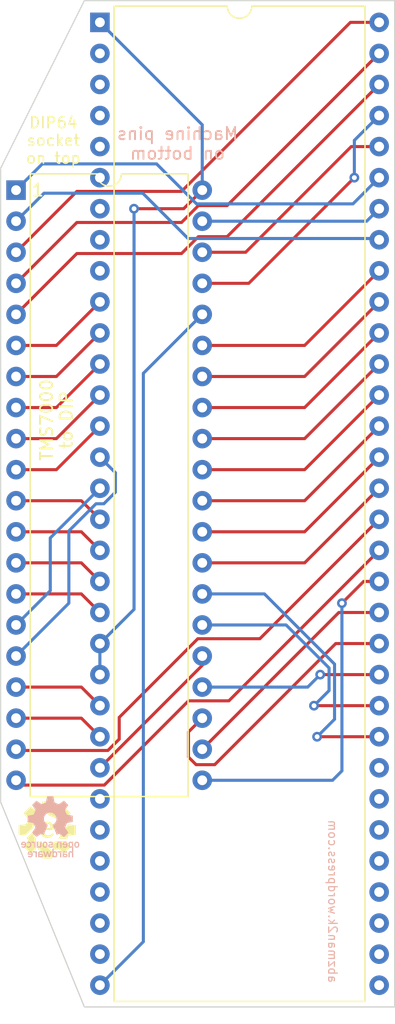
<source format=kicad_pcb>
(kicad_pcb (version 20211014) (generator pcbnew)
  (layers (0 "F.Cu" signal) (31 "B.Cu" signal) (34 "B.Paste" user) (35 "F.Paste" user) (36 "B.SilkS" user "B.Silkscreen") (37 "F.SilkS" user "F.Silkscreen") (38 "B.Mask" user) (39 "F.Mask" user) (44 "Edge.Cuts" user))
  (net 0 "")
  (net 1 "B5")
  (net 2 "B7")
  (net 3 "B0")
  (net 4 "B1")
  (net 5 "B2")
  (net 6 "A0")
  (net 7 "A1")
  (net 8 "A2")
  (net 9 "A3")
  (net 10 "A4")
  (net 11 "A7")
  (net 12 "{slash}INT3")
  (net 13 "{slash}INT1")
  (net 14 "{slash}RESET")
  (net 15 "A6")
  (net 16 "A5")
  (net 17 "XTAL2")
  (net 18 "XTAL1")
  (net 19 "D7")
  (net 20 "D6")
  (net 21 "D5")
  (net 22 "D4")
  (net 23 "D3")
  (net 24 "D2")
  (net 25 "Vcc")
  (net 26 "D1")
  (net 27 "D0")
  (net 28 "C0")
  (net 29 "C1")
  (net 30 "C2")
  (net 31 "C3")
  (net 32 "C4")
  (net 33 "C5")
  (net 34 "C6")
  (net 35 "C7")
  (net 36 "MC")
  (net 37 "B3")
  (net 38 "B4")
  (net 39 "B6")
  (net 40 "Vss")
  (net 41 "E0")
  (net 42 "F0")
  (net 43 "E1")
  (net 44 "F1")
  (net 45 "E2")
  (net 46 "F2")
  (net 47 "E3")
  (net 48 "F3")
  (net 49 "E4")
  (net 50 "F4")
  (net 51 "E5")
  (net 52 "F5")
  (net 53 "E6")
  (net 54 "F6")
  (net 55 "E7")
  (net 56 "F7")
  (net 57 "G0")
  (net 58 "G1")
  (net 59 "G2")
  (net 60 "G3")
  (net 61 "G4")
  (net 62 "G5")
  (footprint "Package_DIP:DIP-40_W15.24mm" (layer "F.Cu") (at 115.565 52.837)
    (fp_text reference "U1" hide)
    (fp_text value "DIP40 male pins")
    (pad "1" thru_hole rect locked (at 0 0) (size 1.6 1.6) (drill 0.8) (layers *.Cu *.Mask) (net 1 "B5"))
    (pad "2" thru_hole oval locked (at 0 2.54) (size 1.6 1.6) (drill 0.8) (layers *.Cu *.Mask) (net 2 "B7"))
    (pad "3" thru_hole oval locked (at 0 5.08) (size 1.6 1.6) (drill 0.8) (layers *.Cu *.Mask) (net 3 "B0"))
    (pad "4" thru_hole oval locked (at 0 7.62) (size 1.6 1.6) (drill 0.8) (layers *.Cu *.Mask) (net 4 "B1"))
    (pad "5" thru_hole oval locked (at 0 10.16) (size 1.6 1.6) (drill 0.8) (layers *.Cu *.Mask) (net 5 "B2"))
    (pad "6" thru_hole oval locked (at 0 12.7) (size 1.6 1.6) (drill 0.8) (layers *.Cu *.Mask) (net 6 "A0"))
    (pad "7" thru_hole oval locked (at 0 15.24) (size 1.6 1.6) (drill 0.8) (layers *.Cu *.Mask) (net 7 "A1"))
    (pad "8" thru_hole oval locked (at 0 17.78) (size 1.6 1.6) (drill 0.8) (layers *.Cu *.Mask) (net 8 "A2"))
    (pad "9" thru_hole oval locked (at 0 20.32) (size 1.6 1.6) (drill 0.8) (layers *.Cu *.Mask) (net 9 "A3"))
    (pad "10" thru_hole oval locked (at 0 22.86) (size 1.6 1.6) (drill 0.8) (layers *.Cu *.Mask) (net 10 "A4"))
    (pad "11" thru_hole oval locked (at 0 25.4) (size 1.6 1.6) (drill 0.8) (layers *.Cu *.Mask) (net 11 "A7"))
    (pad "12" thru_hole oval locked (at 0 27.94) (size 1.6 1.6) (drill 0.8) (layers *.Cu *.Mask) (net 12 "{slash}INT3"))
    (pad "13" thru_hole oval locked (at 0 30.48) (size 1.6 1.6) (drill 0.8) (layers *.Cu *.Mask) (net 13 "{slash}INT1"))
    (pad "14" thru_hole oval locked (at 0 33.02) (size 1.6 1.6) (drill 0.8) (layers *.Cu *.Mask) (net 14 "{slash}RESET"))
    (pad "15" thru_hole oval locked (at 0 35.56) (size 1.6 1.6) (drill 0.8) (layers *.Cu *.Mask) (net 15 "A6"))
    (pad "16" thru_hole oval locked (at 0 38.1) (size 1.6 1.6) (drill 0.8) (layers *.Cu *.Mask) (net 16 "A5"))
    (pad "17" thru_hole oval locked (at 0 40.64) (size 1.6 1.6) (drill 0.8) (layers *.Cu *.Mask) (net 17 "XTAL2"))
    (pad "18" thru_hole oval locked (at 0 43.18) (size 1.6 1.6) (drill 0.8) (layers *.Cu *.Mask) (net 18 "XTAL1"))
    (pad "19" thru_hole oval locked (at 0 45.72) (size 1.6 1.6) (drill 0.8) (layers *.Cu *.Mask) (net 19 "D7"))
    (pad "20" thru_hole oval locked (at 0 48.26) (size 1.6 1.6) (drill 0.8) (layers *.Cu *.Mask) (net 20 "D6"))
    (pad "21" thru_hole oval locked (at 15.24 48.26) (size 1.6 1.6) (drill 0.8) (layers *.Cu *.Mask) (net 21 "D5"))
    (pad "22" thru_hole oval locked (at 15.24 45.72) (size 1.6 1.6) (drill 0.8) (layers *.Cu *.Mask) (net 22 "D4"))
    (pad "23" thru_hole oval locked (at 15.24 43.18) (size 1.6 1.6) (drill 0.8) (layers *.Cu *.Mask) (net 23 "D3"))
    (pad "24" thru_hole oval locked (at 15.24 40.64) (size 1.6 1.6) (drill 0.8) (layers *.Cu *.Mask) (net 24 "D2"))
    (pad "25" thru_hole oval locked (at 15.24 38.1) (size 1.6 1.6) (drill 0.8) (layers *.Cu *.Mask) (net 25 "Vcc"))
    (pad "26" thru_hole oval locked (at 15.24 35.56) (size 1.6 1.6) (drill 0.8) (layers *.Cu *.Mask) (net 26 "D1"))
    (pad "27" thru_hole oval locked (at 15.24 33.02) (size 1.6 1.6) (drill 0.8) (layers *.Cu *.Mask) (net 27 "D0"))
    (pad "28" thru_hole oval locked (at 15.24 30.48) (size 1.6 1.6) (drill 0.8) (layers *.Cu *.Mask) (net 28 "C0"))
    (pad "29" thru_hole oval locked (at 15.24 27.94) (size 1.6 1.6) (drill 0.8) (layers *.Cu *.Mask) (net 29 "C1"))
    (pad "30" thru_hole oval locked (at 15.24 25.4) (size 1.6 1.6) (drill 0.8) (layers *.Cu *.Mask) (net 30 "C2"))
    (pad "31" thru_hole oval locked (at 15.24 22.86) (size 1.6 1.6) (drill 0.8) (layers *.Cu *.Mask) (net 31 "C3"))
    (pad "32" thru_hole oval locked (at 15.24 20.32) (size 1.6 1.6) (drill 0.8) (layers *.Cu *.Mask) (net 32 "C4"))
    (pad "33" thru_hole oval locked (at 15.24 17.78) (size 1.6 1.6) (drill 0.8) (layers *.Cu *.Mask) (net 33 "C5"))
    (pad "34" thru_hole oval locked (at 15.24 15.24) (size 1.6 1.6) (drill 0.8) (layers *.Cu *.Mask) (net 34 "C6"))
    (pad "35" thru_hole oval locked (at 15.24 12.7) (size 1.6 1.6) (drill 0.8) (layers *.Cu *.Mask) (net 35 "C7"))
    (pad "36" thru_hole oval locked (at 15.24 10.16) (size 1.6 1.6) (drill 0.8) (layers *.Cu *.Mask) (net 36 "MC"))
    (pad "37" thru_hole oval locked (at 15.24 7.62) (size 1.6 1.6) (drill 0.8) (layers *.Cu *.Mask) (net 37 "B3"))
    (pad "38" thru_hole oval locked (at 15.24 5.08) (size 1.6 1.6) (drill 0.8) (layers *.Cu *.Mask) (net 38 "B4"))
    (pad "39" thru_hole oval locked (at 15.24 2.54) (size 1.6 1.6) (drill 0.8) (layers *.Cu *.Mask) (net 39 "B6"))
    (pad "40" thru_hole oval locked (at 15.24 0) (size 1.6 1.6) (drill 0.8) (layers *.Cu *.Mask) (net 40 "Vss"))
  )
  (footprint "Evan's misc parts:Evan Logo" (layer "F.Cu") (at 118.11 105.156)
    (fp_text reference "G***" hide)
    (fp_text value "LOGO" hide)
  )
  (footprint "Package_DIP:DIP-64_W22.86mm" (layer "F.Cu") (at 122.428 39.116)
    (fp_text reference "J1" hide)
    (fp_text value "DIP64")
    (pad "1" thru_hole rect locked (at 0 0) (size 1.6 1.6) (drill 0.8) (layers *.Cu *.Mask) (net 40 "Vss"))
    (pad "2" thru_hole oval locked (at 0 2.54) (size 1.6 1.6) (drill 0.8) (layers *.Cu *.Mask) (net 42 "F0"))
    (pad "3" thru_hole oval locked (at 0 5.08) (size 1.6 1.6) (drill 0.8) (layers *.Cu *.Mask) (net 44 "F1"))
    (pad "4" thru_hole oval locked (at 0 7.62) (size 1.6 1.6) (drill 0.8) (layers *.Cu *.Mask) (net 46 "F2"))
    (pad "5" thru_hole oval locked (at 0 10.16) (size 1.6 1.6) (drill 0.8) (layers *.Cu *.Mask) (net 48 "F3"))
    (pad "6" thru_hole oval locked (at 0 12.7) (size 1.6 1.6) (drill 0.8) (layers *.Cu *.Mask) (net 50 "F4"))
    (pad "7" thru_hole oval locked (at 0 15.24) (size 1.6 1.6) (drill 0.8) (layers *.Cu *.Mask) (net 52 "F5"))
    (pad "8" thru_hole oval locked (at 0 17.78) (size 1.6 1.6) (drill 0.8) (layers *.Cu *.Mask) (net 54 "F6"))
    (pad "9" thru_hole oval locked (at 0 20.32) (size 1.6 1.6) (drill 0.8) (layers *.Cu *.Mask) (net 56 "F7"))
    (pad "10" thru_hole oval locked (at 0 22.86) (size 1.6 1.6) (drill 0.8) (layers *.Cu *.Mask) (net 6 "A0"))
    (pad "11" thru_hole oval locked (at 0 25.4) (size 1.6 1.6) (drill 0.8) (layers *.Cu *.Mask) (net 7 "A1"))
    (pad "12" thru_hole oval locked (at 0 27.94) (size 1.6 1.6) (drill 0.8) (layers *.Cu *.Mask) (net 8 "A2"))
    (pad "13" thru_hole oval locked (at 0 30.48) (size 1.6 1.6) (drill 0.8) (layers *.Cu *.Mask) (net 9 "A3"))
    (pad "14" thru_hole oval locked (at 0 33.02) (size 1.6 1.6) (drill 0.8) (layers *.Cu *.Mask) (net 10 "A4"))
    (pad "15" thru_hole oval locked (at 0 35.56) (size 1.6 1.6) (drill 0.8) (layers *.Cu *.Mask) (net 16 "A5"))
    (pad "16" thru_hole oval locked (at 0 38.1) (size 1.6 1.6) (drill 0.8) (layers *.Cu *.Mask) (net 15 "A6"))
    (pad "17" thru_hole oval locked (at 0 40.64) (size 1.6 1.6) (drill 0.8) (layers *.Cu *.Mask) (net 11 "A7"))
    (pad "18" thru_hole oval locked (at 0 43.18) (size 1.6 1.6) (drill 0.8) (layers *.Cu *.Mask) (net 12 "{slash}INT3"))
    (pad "19" thru_hole oval locked (at 0 45.72) (size 1.6 1.6) (drill 0.8) (layers *.Cu *.Mask) (net 13 "{slash}INT1"))
    (pad "20" thru_hole oval locked (at 0 48.26) (size 1.6 1.6) (drill 0.8) (layers *.Cu *.Mask) (net 14 "{slash}RESET"))
    (pad "21" thru_hole oval locked (at 0 50.8) (size 1.6 1.6) (drill 0.8) (layers *.Cu *.Mask) (net 40 "Vss"))
    (pad "22" thru_hole oval locked (at 0 53.34) (size 1.6 1.6) (drill 0.8) (layers *.Cu *.Mask) (net 40 "Vss"))
    (pad "23" thru_hole oval locked (at 0 55.88) (size 1.6 1.6) (drill 0.8) (layers *.Cu *.Mask) (net 17 "XTAL2"))
    (pad "24" thru_hole oval locked (at 0 58.42) (size 1.6 1.6) (drill 0.8) (layers *.Cu *.Mask) (net 18 "XTAL1"))
    (pad "25" thru_hole oval locked (at 0 60.96) (size 1.6 1.6) (drill 0.8) (layers *.Cu *.Mask) (net 25 "Vcc"))
    (pad "26" thru_hole oval locked (at 0 63.5) (size 1.6 1.6) (drill 0.8) (layers *.Cu *.Mask) (net 57 "G0"))
    (pad "27" thru_hole oval locked (at 0 66.04) (size 1.6 1.6) (drill 0.8) (layers *.Cu *.Mask) (net 58 "G1"))
    (pad "28" thru_hole oval locked (at 0 68.58) (size 1.6 1.6) (drill 0.8) (layers *.Cu *.Mask) (net 59 "G2"))
    (pad "29" thru_hole oval locked (at 0 71.12) (size 1.6 1.6) (drill 0.8) (layers *.Cu *.Mask) (net 60 "G3"))
    (pad "30" thru_hole oval locked (at 0 73.66) (size 1.6 1.6) (drill 0.8) (layers *.Cu *.Mask) (net 61 "G4"))
    (pad "31" thru_hole oval locked (at 0 76.2) (size 1.6 1.6) (drill 0.8) (layers *.Cu *.Mask) (net 62 "G5"))
    (pad "32" thru_hole oval locked (at 0 78.74) (size 1.6 1.6) (drill 0.8) (layers *.Cu *.Mask) (net 36 "MC"))
    (pad "33" thru_hole oval locked (at 22.86 78.74) (size 1.6 1.6) (drill 0.8) (layers *.Cu *.Mask) (net 41 "E0"))
    (pad "34" thru_hole oval locked (at 22.86 76.2) (size 1.6 1.6) (drill 0.8) (layers *.Cu *.Mask) (net 43 "E1"))
    (pad "35" thru_hole oval locked (at 22.86 73.66) (size 1.6 1.6) (drill 0.8) (layers *.Cu *.Mask) (net 45 "E2"))
    (pad "36" thru_hole oval locked (at 22.86 71.12) (size 1.6 1.6) (drill 0.8) (layers *.Cu *.Mask) (net 47 "E3"))
    (pad "37" thru_hole oval locked (at 22.86 68.58) (size 1.6 1.6) (drill 0.8) (layers *.Cu *.Mask) (net 49 "E4"))
    (pad "38" thru_hole oval locked (at 22.86 66.04) (size 1.6 1.6) (drill 0.8) (layers *.Cu *.Mask) (net 51 "E5"))
    (pad "39" thru_hole oval locked (at 22.86 63.5) (size 1.6 1.6) (drill 0.8) (layers *.Cu *.Mask) (net 53 "E6"))
    (pad "40" thru_hole oval locked (at 22.86 60.96) (size 1.6 1.6) (drill 0.8) (layers *.Cu *.Mask) (net 55 "E7"))
    (pad "41" thru_hole oval locked (at 22.86 58.42) (size 1.6 1.6) (drill 0.8) (layers *.Cu *.Mask) (net 27 "D0"))
    (pad "42" thru_hole oval locked (at 22.86 55.88) (size 1.6 1.6) (drill 0.8) (layers *.Cu *.Mask) (net 26 "D1"))
    (pad "43" thru_hole oval locked (at 22.86 53.34) (size 1.6 1.6) (drill 0.8) (layers *.Cu *.Mask) (net 24 "D2"))
    (pad "44" thru_hole oval locked (at 22.86 50.8) (size 1.6 1.6) (drill 0.8) (layers *.Cu *.Mask) (net 23 "D3"))
    (pad "45" thru_hole oval locked (at 22.86 48.26) (size 1.6 1.6) (drill 0.8) (layers *.Cu *.Mask) (net 22 "D4"))
    (pad "46" thru_hole oval locked (at 22.86 45.72) (size 1.6 1.6) (drill 0.8) (layers *.Cu *.Mask) (net 21 "D5"))
    (pad "47" thru_hole oval locked (at 22.86 43.18) (size 1.6 1.6) (drill 0.8) (layers *.Cu *.Mask) (net 20 "D6"))
    (pad "48" thru_hole oval locked (at 22.86 40.64) (size 1.6 1.6) (drill 0.8) (layers *.Cu *.Mask) (net 19 "D7"))
    (pad "49" thru_hole oval locked (at 22.86 38.1) (size 1.6 1.6) (drill 0.8) (layers *.Cu *.Mask) (net 28 "C0"))
    (pad "50" thru_hole oval locked (at 22.86 35.56) (size 1.6 1.6) (drill 0.8) (layers *.Cu *.Mask) (net 29 "C1"))
    (pad "51" thru_hole oval locked (at 22.86 33.02) (size 1.6 1.6) (drill 0.8) (layers *.Cu *.Mask) (net 30 "C2"))
    (pad "52" thru_hole oval locked (at 22.86 30.48) (size 1.6 1.6) (drill 0.8) (layers *.Cu *.Mask) (net 31 "C3"))
    (pad "53" thru_hole oval locked (at 22.86 27.94) (size 1.6 1.6) (drill 0.8) (layers *.Cu *.Mask) (net 32 "C4"))
    (pad "54" thru_hole oval locked (at 22.86 25.4) (size 1.6 1.6) (drill 0.8) (layers *.Cu *.Mask) (net 33 "C5"))
    (pad "55" thru_hole oval locked (at 22.86 22.86) (size 1.6 1.6) (drill 0.8) (layers *.Cu *.Mask) (net 34 "C6"))
    (pad "56" thru_hole oval locked (at 22.86 20.32) (size 1.6 1.6) (drill 0.8) (layers *.Cu *.Mask) (net 35 "C7"))
    (pad "57" thru_hole oval locked (at 22.86 17.78) (size 1.6 1.6) (drill 0.8) (layers *.Cu *.Mask) (net 2 "B7"))
    (pad "58" thru_hole oval locked (at 22.86 15.24) (size 1.6 1.6) (drill 0.8) (layers *.Cu *.Mask) (net 39 "B6"))
    (pad "59" thru_hole oval locked (at 22.86 12.7) (size 1.6 1.6) (drill 0.8) (layers *.Cu *.Mask) (net 1 "B5"))
    (pad "60" thru_hole oval locked (at 22.86 10.16) (size 1.6 1.6) (drill 0.8) (layers *.Cu *.Mask) (net 38 "B4"))
    (pad "61" thru_hole oval locked (at 22.86 7.62) (size 1.6 1.6) (drill 0.8) (layers *.Cu *.Mask) (net 37 "B3"))
    (pad "62" thru_hole oval locked (at 22.86 5.08) (size 1.6 1.6) (drill 0.8) (layers *.Cu *.Mask) (net 5 "B2"))
    (pad "63" thru_hole oval locked (at 22.86 2.54) (size 1.6 1.6) (drill 0.8) (layers *.Cu *.Mask) (net 4 "B1"))
    (pad "64" thru_hole oval locked (at 22.86 0) (size 1.6 1.6) (drill 0.8) (layers *.Cu *.Mask) (net 3 "B0"))
  )
  (footprint "Evan's misc parts:OSHW gear" (layer "B.Cu") (at 118.364 104.902 180)
    (fp_text reference "G***" hide)
    (fp_text value "LOGO" hide)
  )
  (gr_line (start 146.558 37.338) (end 146.558 119.634) (layer "Edge.Cuts") (width 0.1))
  (gr_line (start 121.158 37.338) (end 146.558 37.338) (layer "Edge.Cuts") (width 0.1))
  (gr_line (start 121.158 119.634) (end 114.3 102.87) (layer "Edge.Cuts") (width 0.1))
  (gr_line (start 114.3 51.054) (end 121.158 37.338) (layer "Edge.Cuts") (width 0.1))
  (gr_line (start 114.3 102.87) (end 114.3 51.054) (layer "Edge.Cuts") (width 0.1))
  (gr_line (start 146.558 119.634) (end 121.158 119.634) (layer "Edge.Cuts") (width 0.1))
  (gr_text "abzman2k.wordpress.com" (at 141.478 110.998 -90) (layer "B.SilkS") (effects (font (size 0.7 0.7) (thickness 0.1)) (justify mirror)))
  (gr_text "Machine pins\non bottom" (at 128.778 49.022) (layer "B.SilkS") (effects (font (size 1 1)) (justify mirror)))
  (gr_text "TMS7000\nto DIP" (at 118.872 71.628 90) (layer "F.SilkS") (effects (font (size 1 1))))
  (gr_text "DIP64\nsocket\non top" (at 118.618 48.768) (layer "F.SilkS") (effects (font (size 0.9 0.9) (thickness 0.13))))
  (gr_text "1" (at 117.348 52.832) (layer "F.SilkS") (effects (font (size 1 1))))
  (segment (start 145.288 51.816) (end 143.142489 53.961511) (width 0.25) (layer "B.Cu") (net 1))
  (segment (start 130.339211 53.961511) (end 127.069189 50.691489) (width 0.25) (layer "B.Cu") (net 1))
  (segment (start 143.142489 53.961511) (end 130.339211 53.961511) (width 0.25) (layer "B.Cu") (net 1))
  (segment (start 127.069189 50.691489) (end 117.710511 50.691489) (width 0.25) (layer "B.Cu") (net 1))
  (segment (start 117.710511 50.691489) (end 115.565 52.837) (width 0.25) (layer "B.Cu") (net 1))
  (segment (start 115.565 55.377) (end 117.856 53.086) (width 0.25) (layer "B.Cu") (net 2))
  (segment (start 145.288 56.896) (end 145.184489 56.792489) (width 0.25) (layer "B.Cu") (net 2))
  (segment (start 125.937022 53.086) (end 129.643511 56.792489) (width 0.25) (layer "B.Cu") (net 2))
  (segment (start 145.184489 56.792489) (end 129.643511 56.792489) (width 0.25) (layer "B.Cu") (net 2))
  (segment (start 117.856 53.086) (end 125.937022 53.086) (width 0.25) (layer "B.Cu") (net 2))
  (segment (start 129.111189 52.940511) (end 142.9357 39.116) (width 0.25) (layer "F.Cu") (net 3))
  (segment (start 115.565 57.917) (end 120.541489 52.940511) (width 0.25) (layer "F.Cu") (net 3))
  (segment (start 142.9357 39.116) (end 145.288 39.116) (width 0.25) (layer "F.Cu") (net 3))
  (segment (start 120.541489 52.940511) (end 129.111189 52.940511) (width 0.25) (layer "F.Cu") (net 3))
  (segment (start 130.4897 54.102) (end 132.842 54.102) (width 0.25) (layer "F.Cu") (net 4))
  (segment (start 120.541489 55.480511) (end 129.111189 55.480511) (width 0.25) (layer "F.Cu") (net 4))
  (segment (start 115.565 60.457) (end 120.541489 55.480511) (width 0.25) (layer "F.Cu") (net 4))
  (segment (start 132.842 54.102) (end 145.288 41.656) (width 0.25) (layer "F.Cu") (net 4))
  (segment (start 129.111189 55.480511) (end 130.4897 54.102) (width 0.25) (layer "F.Cu") (net 4))
  (segment (start 129.111189 58.020511) (end 130.4897 56.642) (width 0.25) (layer "F.Cu") (net 5))
  (segment (start 120.541489 58.020511) (end 129.111189 58.020511) (width 0.25) (layer "F.Cu") (net 5))
  (segment (start 115.565 62.997) (end 120.541489 58.020511) (width 0.25) (layer "F.Cu") (net 5))
  (segment (start 130.4897 56.642) (end 132.842 56.642) (width 0.25) (layer "F.Cu") (net 5))
  (segment (start 132.842 56.642) (end 145.288 44.196) (width 0.25) (layer "F.Cu") (net 5))
  (segment (start 118.867 65.537) (end 122.428 61.976) (width 0.25) (layer "F.Cu") (net 6))
  (segment (start 115.565 65.537) (end 118.867 65.537) (width 0.25) (layer "F.Cu") (net 6))
  (segment (start 115.565 68.077) (end 118.867 68.077) (width 0.25) (layer "F.Cu") (net 7))
  (segment (start 118.867 68.077) (end 122.428 64.516) (width 0.25) (layer "F.Cu") (net 7))
  (segment (start 115.565 70.617) (end 118.867 70.617) (width 0.25) (layer "F.Cu") (net 8))
  (segment (start 118.867 70.617) (end 122.428 67.056) (width 0.25) (layer "F.Cu") (net 8))
  (segment (start 115.565 73.157) (end 118.867 73.157) (width 0.25) (layer "F.Cu") (net 9))
  (segment (start 118.867 73.157) (end 122.428 69.596) (width 0.25) (layer "F.Cu") (net 9))
  (segment (start 115.565 75.697) (end 118.867 75.697) (width 0.25) (layer "F.Cu") (net 10))
  (segment (start 118.867 75.697) (end 122.428 72.136) (width 0.25) (layer "F.Cu") (net 10))
  (segment (start 120.909 78.237) (end 122.428 79.756) (width 0.25) (layer "F.Cu") (net 11))
  (segment (start 115.565 78.237) (end 120.909 78.237) (width 0.25) (layer "F.Cu") (net 11))
  (segment (start 115.565 80.777) (end 120.909 80.777) (width 0.25) (layer "F.Cu") (net 12))
  (segment (start 120.909 80.777) (end 122.428 82.296) (width 0.25) (layer "F.Cu") (net 12))
  (segment (start 115.565 83.317) (end 120.909 83.317) (width 0.25) (layer "F.Cu") (net 13))
  (segment (start 120.909 83.317) (end 122.428 84.836) (width 0.25) (layer "F.Cu") (net 13))
  (segment (start 115.565 85.857) (end 120.909 85.857) (width 0.25) (layer "F.Cu") (net 14))
  (segment (start 120.909 85.857) (end 122.428 87.376) (width 0.25) (layer "F.Cu") (net 14))
  (segment (start 115.565 88.397) (end 118.364 85.598) (width 0.25) (layer "B.Cu") (net 15))
  (segment (start 118.364 85.598) (end 118.364 81.28) (width 0.25) (layer "B.Cu") (net 15))
  (segment (start 118.364 81.28) (end 122.428 77.216) (width 0.25) (layer "B.Cu") (net 15))
  (segment (start 123.698 75.946) (end 123.698 77.5363) (width 0.25) (layer "B.Cu") (net 16))
  (segment (start 123.698 77.5363) (end 122.7483 78.486) (width 0.25) (layer "B.Cu") (net 16))
  (segment (start 122.7483 78.486) (end 122.1077 78.486) (width 0.25) (layer "B.Cu") (net 16))
  (segment (start 119.888 80.7057) (end 119.888 86.614) (width 0.25) (layer "B.Cu") (net 16))
  (segment (start 122.428 74.676) (end 123.698 75.946) (width 0.25) (layer "B.Cu") (net 16))
  (segment (start 122.1077 78.486) (end 119.888 80.7057) (width 0.25) (layer "B.Cu") (net 16))
  (segment (start 119.888 86.614) (end 115.565 90.937) (width 0.25) (layer "B.Cu") (net 16))
  (segment (start 120.909 93.477) (end 122.428 94.996) (width 0.25) (layer "F.Cu") (net 17))
  (segment (start 115.565 93.477) (end 120.909 93.477) (width 0.25) (layer "F.Cu") (net 17))
  (segment (start 115.565 96.017) (end 120.909 96.017) (width 0.25) (layer "F.Cu") (net 18))
  (segment (start 120.909 96.017) (end 122.428 97.536) (width 0.25) (layer "F.Cu") (net 18))
  (segment (start 130.442489 89.521511) (end 124.008756 95.955244) (width 0.25) (layer "F.Cu") (net 19))
  (segment (start 124.008756 95.955244) (end 124.008756 97.733244) (width 0.25) (layer "F.Cu") (net 19))
  (segment (start 135.522489 89.521511) (end 130.442489 89.521511) (width 0.25) (layer "F.Cu") (net 19))
  (segment (start 124.008756 97.733244) (end 123.081489 98.660511) (width 0.25) (layer "F.Cu") (net 19))
  (segment (start 123.081489 98.660511) (end 115.668511 98.660511) (width 0.25) (layer "F.Cu") (net 19))
  (segment (start 145.288 79.756) (end 135.522489 89.521511) (width 0.25) (layer "F.Cu") (net 19))
  (segment (start 115.668511 98.660511) (end 115.565 98.557) (width 0.25) (layer "F.Cu") (net 19))
  (segment (start 115.565 101.097) (end 115.959489 101.491489) (width 0.25) (layer "F.Cu") (net 20))
  (segment (start 115.959489 101.491489) (end 122.790511 101.491489) (width 0.25) (layer "F.Cu") (net 20))
  (segment (start 132.982489 94.601511) (end 145.288 82.296) (width 0.25) (layer "F.Cu") (net 20))
  (segment (start 129.680489 94.601511) (end 132.982489 94.601511) (width 0.25) (layer "F.Cu") (net 20))
  (segment (start 122.790511 101.491489) (end 129.680489 94.601511) (width 0.25) (layer "F.Cu") (net 20))
  (segment (start 144.018 84.836) (end 142.24 86.614) (width 0.25) (layer "F.Cu") (net 21))
  (segment (start 145.288 84.836) (end 144.018 84.836) (width 0.25) (layer "F.Cu") (net 21))
  (via (at 142.24 86.614) (size 0.8) (drill 0.4) (layers "F.Cu" "B.Cu") (net 21))
  (segment (start 141.473 101.097) (end 130.805 101.097) (width 0.25) (layer "B.Cu") (net 21))
  (segment (start 142.24 86.614) (end 142.24 100.33) (width 0.25) (layer "B.Cu") (net 21))
  (segment (start 142.24 100.33) (end 141.473 101.097) (width 0.25) (layer "B.Cu") (net 21))
  (segment (start 145.288 87.376) (end 141.986 87.376) (width 0.25) (layer "F.Cu") (net 22))
  (segment (start 141.986 87.376) (end 130.805 98.557) (width 0.25) (layer "F.Cu") (net 22))
  (segment (start 129.680489 97.141511) (end 129.680489 99.200489) (width 0.25) (layer "F.Cu") (net 23))
  (segment (start 141.732 89.916) (end 145.288 89.916) (width 0.25) (layer "F.Cu") (net 23))
  (segment (start 131.826 99.822) (end 141.732 89.916) (width 0.25) (layer "F.Cu") (net 23))
  (segment (start 129.680489 99.200489) (end 130.302 99.822) (width 0.25) (layer "F.Cu") (net 23))
  (segment (start 130.302 99.822) (end 131.826 99.822) (width 0.25) (layer "F.Cu") (net 23))
  (segment (start 130.805 96.017) (end 129.680489 97.141511) (width 0.25) (layer "F.Cu") (net 23))
  (segment (start 145.288 92.456) (end 140.462 92.456) (width 0.25) (layer "F.Cu") (net 24))
  (via (at 140.462 92.456) (size 0.8) (drill 0.4) (layers "F.Cu" "B.Cu") (net 24))
  (segment (start 140.462 92.456) (end 139.441 93.477) (width 0.25) (layer "B.Cu") (net 24))
  (segment (start 139.441 93.477) (end 130.805 93.477) (width 0.25) (layer "B.Cu") (net 24))
  (segment (start 130.805 91.699) (end 130.805 90.937) (width 0.25) (layer "F.Cu") (net 25))
  (segment (start 122.428 100.076) (end 130.805 91.699) (width 0.25) (layer "F.Cu") (net 25))
  (segment (start 145.288 94.996) (end 139.954 94.996) (width 0.25) (layer "F.Cu") (net 26))
  (via (at 139.954 94.996) (size 0.8) (drill 0.4) (layers "F.Cu" "B.Cu") (net 26))
  (segment (start 139.954 94.996) (end 141.186511 93.763489) (width 0.25) (layer "B.Cu") (net 26))
  (segment (start 141.186511 93.763489) (end 141.186511 91.910511) (width 0.25) (layer "B.Cu") (net 26))
  (segment (start 137.673 88.397) (end 130.805 88.397) (width 0.25) (layer "B.Cu") (net 26))
  (segment (start 141.186511 91.910511) (end 137.673 88.397) (width 0.25) (layer "B.Cu") (net 26))
  (segment (start 145.288 97.536) (end 140.208 97.536) (width 0.25) (layer "F.Cu") (net 27))
  (via (at 140.208 97.536) (size 0.8) (drill 0.4) (layers "F.Cu" "B.Cu") (net 27))
  (segment (start 141.636031 96.107969) (end 141.636031 91.598031) (width 0.25) (layer "B.Cu") (net 27))
  (segment (start 140.208 97.536) (end 141.636031 96.107969) (width 0.25) (layer "B.Cu") (net 27))
  (segment (start 135.895 85.857) (end 130.805 85.857) (width 0.25) (layer "B.Cu") (net 27))
  (segment (start 141.636031 91.598031) (end 135.895 85.857) (width 0.25) (layer "B.Cu") (net 27))
  (segment (start 139.187 83.317) (end 145.288 77.216) (width 0.25) (layer "F.Cu") (net 28))
  (segment (start 130.805 83.317) (end 139.187 83.317) (width 0.25) (layer "F.Cu") (net 28))
  (segment (start 130.805 80.777) (end 139.187 80.777) (width 0.25) (layer "F.Cu") (net 29))
  (segment (start 139.187 80.777) (end 145.288 74.676) (width 0.25) (layer "F.Cu") (net 29))
  (segment (start 130.805 78.237) (end 139.187 78.237) (width 0.25) (layer "F.Cu") (net 30))
  (segment (start 139.187 78.237) (end 145.288 72.136) (width 0.25) (layer "F.Cu") (net 30))
  (segment (start 139.187 75.697) (end 145.288 69.596) (width 0.25) (layer "F.Cu") (net 31))
  (segment (start 130.805 75.697) (end 139.187 75.697) (width 0.25) (layer "F.Cu") (net 31))
  (segment (start 130.805 73.157) (end 139.187 73.157) (width 0.25) (layer "F.Cu") (net 32))
  (segment (start 139.187 73.157) (end 145.288 67.056) (width 0.25) (layer "F.Cu") (net 32))
  (segment (start 139.187 70.617) (end 145.288 64.516) (width 0.25) (layer "F.Cu") (net 33))
  (segment (start 130.805 70.617) (end 139.187 70.617) (width 0.25) (layer "F.Cu") (net 33))
  (segment (start 130.805 68.077) (end 139.187 68.077) (width 0.25) (layer "F.Cu") (net 34))
  (segment (start 139.187 68.077) (end 145.288 61.976) (width 0.25) (layer "F.Cu") (net 34))
  (segment (start 130.805 65.537) (end 139.187 65.537) (width 0.25) (layer "F.Cu") (net 35))
  (segment (start 139.187 65.537) (end 145.288 59.436) (width 0.25) (layer "F.Cu") (net 35))
  (segment (start 125.984 67.818) (end 125.984 114.3) (width 0.25) (layer "B.Cu") (net 36))
  (segment (start 130.805 62.997) (end 125.984 67.818) (width 0.25) (layer "B.Cu") (net 36))
  (segment (start 125.984 114.3) (end 122.428 117.856) (width 0.25) (layer "B.Cu") (net 36))
  (segment (start 130.805 60.457) (end 134.615 60.457) (width 0.25) (layer "F.Cu") (net 37))
  (segment (start 134.615 60.457) (end 143.256 51.816) (width 0.25) (layer "F.Cu") (net 37))
  (via (at 143.256 51.816) (size 0.8) (drill 0.4) (layers "F.Cu" "B.Cu") (net 37))
  (segment (start 143.256 48.768) (end 145.288 46.736) (width 0.25) (layer "B.Cu") (net 37))
  (segment (start 143.256 51.816) (end 143.256 48.768) (width 0.25) (layer "B.Cu") (net 37))
  (segment (start 143.002 49.276) (end 145.288 49.276) (width 0.25) (layer "F.Cu") (net 38))
  (segment (start 130.805 57.917) (end 134.361 57.917) (width 0.25) (layer "F.Cu") (net 38))
  (segment (start 134.361 57.917) (end 143.002 49.276) (width 0.25) (layer "F.Cu") (net 38))
  (segment (start 144.267 55.377) (end 145.288 54.356) (width 0.25) (layer "B.Cu") (net 39))
  (segment (start 130.805 55.377) (end 144.267 55.377) (width 0.25) (layer "B.Cu") (net 39))
  (segment (start 129.286 54.356) (end 125.222 54.356) (width 0.25) (layer "F.Cu") (net 40))
  (segment (start 130.805 52.837) (end 129.286 54.356) (width 0.25) (layer "F.Cu") (net 40))
  (via (at 125.222 54.356) (size 0.8) (drill 0.4) (layers "F.Cu" "B.Cu") (net 40))
  (segment (start 130.805 47.493) (end 122.428 39.116) (width 0.25) (layer "B.Cu") (net 40))
  (segment (start 130.805 52.837) (end 130.805 47.493) (width 0.25) (layer "B.Cu") (net 40))
  (segment (start 122.428 92.456) (end 122.428 89.916) (width 0.25) (layer "B.Cu") (net 40))
  (segment (start 125.222 54.356) (end 125.222 87.122) (width 0.25) (layer "B.Cu") (net 40))
  (segment (start 125.222 87.122) (end 122.428 89.916) (width 0.25) (layer "B.Cu") (net 40))
)
</source>
